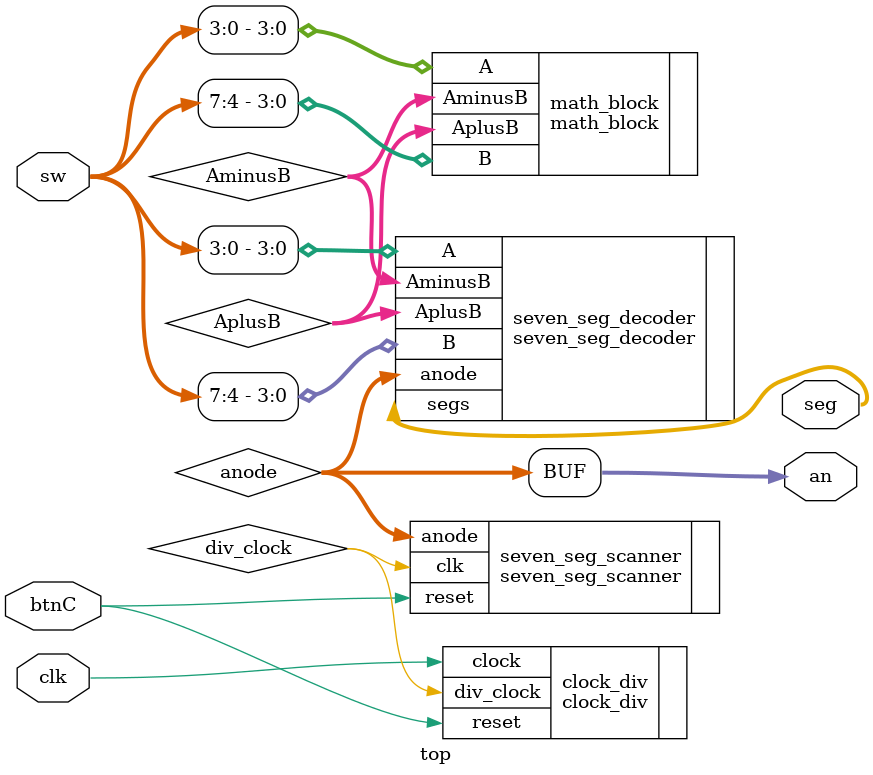
<source format=v>
module top
#(
    parameter DIVIDE_BY = 17 // Use this when passing in to your clock div!
    // The test bench will set it appropriately for testing
)
(
    input [7:0] sw, // A and B
    input clk, // 100 MHz board clock
    input btnC, // Reset
    output [3:0] an, // 7seg anodes
    output [6:0] seg // 7seg segments
);

    wire div_clock;
    wire [3:0] AplusB, AminusB, anode;

    // Instantiate the clock divider...
    clock_div #( .DIVIDE_BY(DIVIDE_BY))clock_div(
        .clock(clk),
        .reset(btnC),
        .div_clock(div_clock)
    );
    // ... wire it up to the scanner
    seven_seg_scanner seven_seg_scanner(
        .clk(div_clock),
        .reset(btnC),
        .anode(anode)
    );
    // ... wire the scanner to the decoder
    seven_seg_decoder seven_seg_decoder(
        .A(sw[3:0]),
        .B(sw[7:4]),
        .AplusB(AplusB),
        .AminusB(AminusB),
        .anode(anode),
        .segs(seg)
    );
    // Wire up the math block into the decoder
    math_block math_block(
        .A(sw[3:0]),
        .B(sw[7:4]),
        .AplusB(AplusB),  //AplusB
        .AminusB(AminusB)
    );
    // Do not forget to wire up resets!!
    assign an = anode;
    
endmodule
</source>
